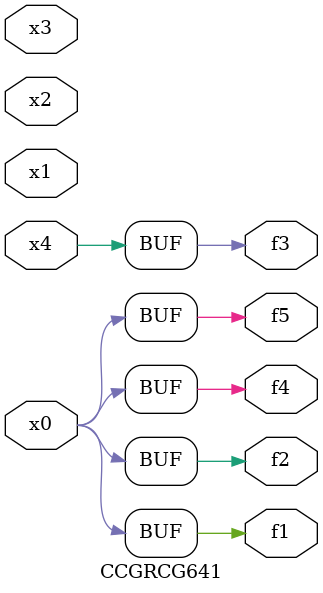
<source format=v>
module CCGRCG641(
	input x0, x1, x2, x3, x4,
	output f1, f2, f3, f4, f5
);
	assign f1 = x0;
	assign f2 = x0;
	assign f3 = x4;
	assign f4 = x0;
	assign f5 = x0;
endmodule

</source>
